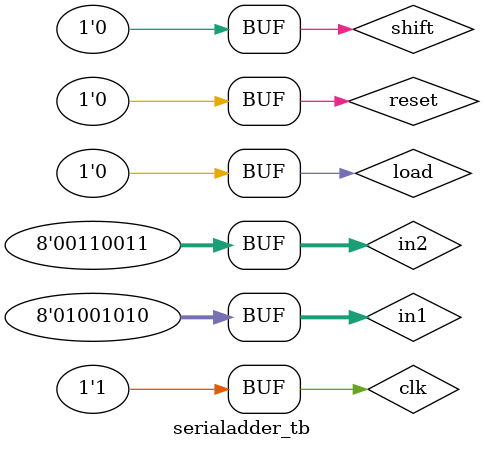
<source format=sv>
module flipflop(
     input logic d,
     input logic clk,
     input logic reset,
     output logic q
     );
     
     always_ff@(posedge clk)
     if(reset) q <= 1'b0;
     else q <= d;
     
endmodule


module shift_register
 #(parameter N = 8)
 (input logic clk, input logic reset,
 input logic load, input logic shift,
 input logic[N-1:0] in, input logic sin,
 output logic[N-1:0] q, output logic sout );
 logic[N-1:0] d;
 
 assign sout = q[0];
 
 flipflop f0(d[N-1], clk, reset, q[N-1]);
 flipflop f1(d[N-2], clk, reset, q[N-2]);
 flipflop f2(d[N-3], clk, reset, q[N-3]);
 flipflop f3(d[N-4], clk, reset, q[N-4]);
 flipflop f4(d[N-5], clk, reset, q[N-5]);
 flipflop f5(d[N-6], clk, reset, q[N-6]);
 flipflop f6(d[N-7], clk, reset, q[N-7]);
 flipflop f7(d[N-8], clk, reset, q[N-8]);
 always_comb 
 if(reset) {d} = 8'b00000000;
 else if(load) {d} = {in};
 else if(shift) {d} = {sin, d[N-1:1]};
 
endmodule


module serial_adder
 #(parameter N = 8)
 (input logic clk, input logic reset,
 input logic load, input logic shift,
 input logic[N-1:0] in1, input logic[N-1:0] in2,
 output logic[N-1:0] out);
 
 logic aOut, bOut, cout, q0, ffClock, sum, serialSum;
 logic[7:0] q1, q2;

    always_comb
    if(load) cout = (q0 & (in1[0] ^ in2[0])) | (in1[0] & in2[0]);
    else if(shift) cout = (q0 & (q1[0] ^ q2[0])) | (q1[0] & q2[0]);
    
    always_comb
    if(load) sum = q0 ^ (in1[0] ^ in2[0]);
    else if(shift) sum = q0 ^ (q1[0] ^ q2[0]);
    
 
 shift_register registerA(clk, reset, load, shift, in1, 1'b0, q1, aOut);
 shift_register registerB(clk, reset, load, shift, in2, 1'b0, q2, bOut);
 shift_register registerOut(clk, reset, load, shift, 8'b00000000, sum, out, serialSum);
 
 flipflop f0(cout, clk, reset, q0);
endmodule

module serialadder_tb();
 logic clk, reset, load, shift, sout;
 logic[7:0] in1 = 8'b01001010;
 logic[7:0] in2 = 8'b00110011;
 logic[7:0] out;
 
 serial_adder dut(clk, reset, load, shift, in1, in2, out);
 
 initial begin
 reset = 1; #15;
 reset = 0; #10
 load = 1; #15;
 load = 0; #5;
 shift = 1; #20; shift = 0; #10;
 shift = 1; #20; shift = 0; #10;
 shift = 1; #20; shift = 0; #10;
 shift = 1; #20; shift = 0; #10;
 shift = 1; #20; shift = 0; #10;
 shift = 1; #20; shift = 0; #10;
 shift = 1; #20; shift = 0; #10;
 shift = 1; #20; shift = 0; #10;
 end
 always begin
 clk = 1'b0; #10;
 clk = 1'b1; #10;
 end
endmodule


</source>
